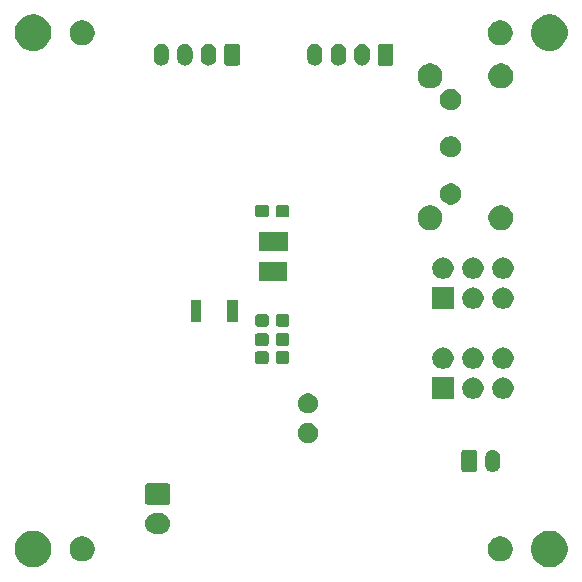
<source format=gts>
G04 #@! TF.GenerationSoftware,KiCad,Pcbnew,(5.1.5)-3*
G04 #@! TF.CreationDate,2021-11-16T02:10:18+09:00*
G04 #@! TF.ProjectId,m5-pantilt,6d352d70-616e-4746-996c-742e6b696361,1*
G04 #@! TF.SameCoordinates,PX5f5e100PY5f5e100*
G04 #@! TF.FileFunction,Soldermask,Top*
G04 #@! TF.FilePolarity,Negative*
%FSLAX46Y46*%
G04 Gerber Fmt 4.6, Leading zero omitted, Abs format (unit mm)*
G04 Created by KiCad (PCBNEW (5.1.5)-3) date 2021-11-16 02:10:18*
%MOMM*%
%LPD*%
G04 APERTURE LIST*
%ADD10C,0.152000*%
G04 APERTURE END LIST*
D10*
G36*
X47152585Y4671198D02*
G01*
X47302410Y4641396D01*
X47584674Y4524479D01*
X47838705Y4354741D01*
X48054741Y4138705D01*
X48224479Y3884674D01*
X48341396Y3602410D01*
X48401000Y3302760D01*
X48401000Y2997240D01*
X48341396Y2697590D01*
X48224479Y2415326D01*
X48054741Y2161295D01*
X47838705Y1945259D01*
X47584674Y1775521D01*
X47302410Y1658604D01*
X47152585Y1628802D01*
X47002761Y1599000D01*
X46697239Y1599000D01*
X46547415Y1628802D01*
X46397590Y1658604D01*
X46115326Y1775521D01*
X45861295Y1945259D01*
X45645259Y2161295D01*
X45475521Y2415326D01*
X45358604Y2697590D01*
X45299000Y2997240D01*
X45299000Y3302760D01*
X45358604Y3602410D01*
X45475521Y3884674D01*
X45645259Y4138705D01*
X45861295Y4354741D01*
X46115326Y4524479D01*
X46397590Y4641396D01*
X46547415Y4671198D01*
X46697239Y4701000D01*
X47002761Y4701000D01*
X47152585Y4671198D01*
G37*
G36*
X3452585Y4671198D02*
G01*
X3602410Y4641396D01*
X3884674Y4524479D01*
X4138705Y4354741D01*
X4354741Y4138705D01*
X4524479Y3884674D01*
X4641396Y3602410D01*
X4701000Y3302760D01*
X4701000Y2997240D01*
X4641396Y2697590D01*
X4524479Y2415326D01*
X4354741Y2161295D01*
X4138705Y1945259D01*
X3884674Y1775521D01*
X3602410Y1658604D01*
X3452585Y1628802D01*
X3302761Y1599000D01*
X2997239Y1599000D01*
X2847415Y1628802D01*
X2697590Y1658604D01*
X2415326Y1775521D01*
X2161295Y1945259D01*
X1945259Y2161295D01*
X1775521Y2415326D01*
X1658604Y2697590D01*
X1599000Y2997240D01*
X1599000Y3302760D01*
X1658604Y3602410D01*
X1775521Y3884674D01*
X1945259Y4138705D01*
X2161295Y4354741D01*
X2415326Y4524479D01*
X2697590Y4641396D01*
X2847415Y4671198D01*
X2997239Y4701000D01*
X3302761Y4701000D01*
X3452585Y4671198D01*
G37*
G36*
X7606564Y4160611D02*
G01*
X7797833Y4081385D01*
X7797835Y4081384D01*
X7969973Y3966365D01*
X8116365Y3819973D01*
X8231385Y3647833D01*
X8310611Y3456564D01*
X8351000Y3253516D01*
X8351000Y3046484D01*
X8310611Y2843436D01*
X8250200Y2697591D01*
X8231384Y2652165D01*
X8116365Y2480027D01*
X7969973Y2333635D01*
X7797835Y2218616D01*
X7797834Y2218615D01*
X7797833Y2218615D01*
X7606564Y2139389D01*
X7403516Y2099000D01*
X7196484Y2099000D01*
X6993436Y2139389D01*
X6802167Y2218615D01*
X6802166Y2218615D01*
X6802165Y2218616D01*
X6630027Y2333635D01*
X6483635Y2480027D01*
X6368616Y2652165D01*
X6349800Y2697591D01*
X6289389Y2843436D01*
X6249000Y3046484D01*
X6249000Y3253516D01*
X6289389Y3456564D01*
X6368615Y3647833D01*
X6483635Y3819973D01*
X6630027Y3966365D01*
X6802165Y4081384D01*
X6802167Y4081385D01*
X6993436Y4160611D01*
X7196484Y4201000D01*
X7403516Y4201000D01*
X7606564Y4160611D01*
G37*
G36*
X43006564Y4160611D02*
G01*
X43197833Y4081385D01*
X43197835Y4081384D01*
X43369973Y3966365D01*
X43516365Y3819973D01*
X43631385Y3647833D01*
X43710611Y3456564D01*
X43751000Y3253516D01*
X43751000Y3046484D01*
X43710611Y2843436D01*
X43650200Y2697591D01*
X43631384Y2652165D01*
X43516365Y2480027D01*
X43369973Y2333635D01*
X43197835Y2218616D01*
X43197834Y2218615D01*
X43197833Y2218615D01*
X43006564Y2139389D01*
X42803516Y2099000D01*
X42596484Y2099000D01*
X42393436Y2139389D01*
X42202167Y2218615D01*
X42202166Y2218615D01*
X42202165Y2218616D01*
X42030027Y2333635D01*
X41883635Y2480027D01*
X41768616Y2652165D01*
X41749800Y2697591D01*
X41689389Y2843436D01*
X41649000Y3046484D01*
X41649000Y3253516D01*
X41689389Y3456564D01*
X41768615Y3647833D01*
X41883635Y3819973D01*
X42030027Y3966365D01*
X42202165Y4081384D01*
X42202167Y4081385D01*
X42393436Y4160611D01*
X42596484Y4201000D01*
X42803516Y4201000D01*
X43006564Y4160611D01*
G37*
G36*
X13960443Y6194481D02*
G01*
X14026627Y6187963D01*
X14196466Y6136443D01*
X14352991Y6052778D01*
X14388729Y6023448D01*
X14490186Y5940186D01*
X14573448Y5838729D01*
X14602778Y5802991D01*
X14686443Y5646466D01*
X14737963Y5476627D01*
X14755359Y5300000D01*
X14737963Y5123373D01*
X14686443Y4953534D01*
X14602778Y4797009D01*
X14573448Y4761271D01*
X14490186Y4659814D01*
X14388729Y4576552D01*
X14352991Y4547222D01*
X14196466Y4463557D01*
X14026627Y4412037D01*
X13960442Y4405518D01*
X13894260Y4399000D01*
X13505740Y4399000D01*
X13439558Y4405518D01*
X13373373Y4412037D01*
X13203534Y4463557D01*
X13047009Y4547222D01*
X13011271Y4576552D01*
X12909814Y4659814D01*
X12826552Y4761271D01*
X12797222Y4797009D01*
X12713557Y4953534D01*
X12662037Y5123373D01*
X12644641Y5300000D01*
X12662037Y5476627D01*
X12713557Y5646466D01*
X12797222Y5802991D01*
X12826552Y5838729D01*
X12909814Y5940186D01*
X13011271Y6023448D01*
X13047009Y6052778D01*
X13203534Y6136443D01*
X13373373Y6187963D01*
X13439557Y6194481D01*
X13505740Y6201000D01*
X13894260Y6201000D01*
X13960443Y6194481D01*
G37*
G36*
X14608600Y8697011D02*
G01*
X14641652Y8686985D01*
X14672103Y8670708D01*
X14698799Y8648799D01*
X14720708Y8622103D01*
X14736985Y8591652D01*
X14747011Y8558600D01*
X14751000Y8518097D01*
X14751000Y7081903D01*
X14747011Y7041400D01*
X14736985Y7008348D01*
X14720708Y6977897D01*
X14698799Y6951201D01*
X14672103Y6929292D01*
X14641652Y6913015D01*
X14608600Y6902989D01*
X14568097Y6899000D01*
X12831903Y6899000D01*
X12791400Y6902989D01*
X12758348Y6913015D01*
X12727897Y6929292D01*
X12701201Y6951201D01*
X12679292Y6977897D01*
X12663015Y7008348D01*
X12652989Y7041400D01*
X12649000Y7081903D01*
X12649000Y8518097D01*
X12652989Y8558600D01*
X12663015Y8591652D01*
X12679292Y8622103D01*
X12701201Y8648799D01*
X12727897Y8670708D01*
X12758348Y8686985D01*
X12791400Y8697011D01*
X12831903Y8701000D01*
X14568097Y8701000D01*
X14608600Y8697011D01*
G37*
G36*
X42187617Y11516580D02*
G01*
X42268399Y11492075D01*
X42310335Y11479354D01*
X42423424Y11418906D01*
X42522554Y11337553D01*
X42603906Y11238425D01*
X42664354Y11125336D01*
X42674040Y11093404D01*
X42701580Y11002618D01*
X42711000Y10906973D01*
X42711000Y10293027D01*
X42701580Y10197382D01*
X42674040Y10106596D01*
X42664354Y10074664D01*
X42603906Y9961575D01*
X42522554Y9862446D01*
X42423425Y9781094D01*
X42310336Y9720646D01*
X42278404Y9710960D01*
X42187618Y9683420D01*
X42060000Y9670851D01*
X41932383Y9683420D01*
X41841597Y9710960D01*
X41809665Y9720646D01*
X41696576Y9781094D01*
X41597447Y9862446D01*
X41516096Y9961573D01*
X41516095Y9961575D01*
X41455647Y10074664D01*
X41455645Y10074667D01*
X41443237Y10115573D01*
X41418420Y10197382D01*
X41409000Y10293027D01*
X41409000Y10906972D01*
X41418420Y11002617D01*
X41455645Y11125331D01*
X41455646Y11125335D01*
X41516094Y11238424D01*
X41597447Y11337554D01*
X41696575Y11418906D01*
X41809664Y11479354D01*
X41851600Y11492075D01*
X41932382Y11516580D01*
X42060000Y11529149D01*
X42187617Y11516580D01*
G37*
G36*
X40551242Y11521596D02*
G01*
X40588337Y11510343D01*
X40622515Y11492075D01*
X40652481Y11467481D01*
X40677075Y11437515D01*
X40695343Y11403337D01*
X40706596Y11366242D01*
X40711000Y11321526D01*
X40711000Y9878474D01*
X40706596Y9833758D01*
X40695343Y9796663D01*
X40677075Y9762485D01*
X40652481Y9732519D01*
X40622515Y9707925D01*
X40588337Y9689657D01*
X40551242Y9678404D01*
X40506526Y9674000D01*
X39613474Y9674000D01*
X39568758Y9678404D01*
X39531663Y9689657D01*
X39497485Y9707925D01*
X39467519Y9732519D01*
X39442925Y9762485D01*
X39424657Y9796663D01*
X39413404Y9833758D01*
X39409000Y9878474D01*
X39409000Y11321526D01*
X39413404Y11366242D01*
X39424657Y11403337D01*
X39442925Y11437515D01*
X39467519Y11467481D01*
X39497485Y11492075D01*
X39531663Y11510343D01*
X39568758Y11521596D01*
X39613474Y11526000D01*
X40506526Y11526000D01*
X40551242Y11521596D01*
G37*
G36*
X26664228Y13786897D02*
G01*
X26819100Y13722747D01*
X26958481Y13629615D01*
X27077015Y13511081D01*
X27170147Y13371700D01*
X27234297Y13216828D01*
X27267000Y13052416D01*
X27267000Y12884784D01*
X27234297Y12720372D01*
X27170147Y12565500D01*
X27077015Y12426119D01*
X26958481Y12307585D01*
X26819100Y12214453D01*
X26664228Y12150303D01*
X26499816Y12117600D01*
X26332184Y12117600D01*
X26167772Y12150303D01*
X26012900Y12214453D01*
X25873519Y12307585D01*
X25754985Y12426119D01*
X25661853Y12565500D01*
X25597703Y12720372D01*
X25565000Y12884784D01*
X25565000Y13052416D01*
X25597703Y13216828D01*
X25661853Y13371700D01*
X25754985Y13511081D01*
X25873519Y13629615D01*
X26012900Y13722747D01*
X26167772Y13786897D01*
X26332184Y13819600D01*
X26499816Y13819600D01*
X26664228Y13786897D01*
G37*
G36*
X26664228Y16286897D02*
G01*
X26819100Y16222747D01*
X26958481Y16129615D01*
X27077015Y16011081D01*
X27170147Y15871700D01*
X27234297Y15716828D01*
X27267000Y15552416D01*
X27267000Y15384784D01*
X27234297Y15220372D01*
X27170147Y15065500D01*
X27077015Y14926119D01*
X26958481Y14807585D01*
X26819100Y14714453D01*
X26664228Y14650303D01*
X26499816Y14617600D01*
X26332184Y14617600D01*
X26167772Y14650303D01*
X26012900Y14714453D01*
X25873519Y14807585D01*
X25754985Y14926119D01*
X25661853Y15065500D01*
X25597703Y15220372D01*
X25565000Y15384784D01*
X25565000Y15552416D01*
X25597703Y15716828D01*
X25661853Y15871700D01*
X25754985Y16011081D01*
X25873519Y16129615D01*
X26012900Y16222747D01*
X26167772Y16286897D01*
X26332184Y16319600D01*
X26499816Y16319600D01*
X26664228Y16286897D01*
G37*
G36*
X43039512Y17660073D02*
G01*
X43188812Y17630376D01*
X43352784Y17562456D01*
X43500354Y17463853D01*
X43625853Y17338354D01*
X43724456Y17190784D01*
X43792376Y17026812D01*
X43827000Y16852741D01*
X43827000Y16675259D01*
X43792376Y16501188D01*
X43724456Y16337216D01*
X43625853Y16189646D01*
X43500354Y16064147D01*
X43352784Y15965544D01*
X43188812Y15897624D01*
X43039512Y15867927D01*
X43014742Y15863000D01*
X42837258Y15863000D01*
X42812488Y15867927D01*
X42663188Y15897624D01*
X42499216Y15965544D01*
X42351646Y16064147D01*
X42226147Y16189646D01*
X42127544Y16337216D01*
X42059624Y16501188D01*
X42025000Y16675259D01*
X42025000Y16852741D01*
X42059624Y17026812D01*
X42127544Y17190784D01*
X42226147Y17338354D01*
X42351646Y17463853D01*
X42499216Y17562456D01*
X42663188Y17630376D01*
X42812488Y17660073D01*
X42837258Y17665000D01*
X43014742Y17665000D01*
X43039512Y17660073D01*
G37*
G36*
X38747000Y15863000D02*
G01*
X36945000Y15863000D01*
X36945000Y17665000D01*
X38747000Y17665000D01*
X38747000Y15863000D01*
G37*
G36*
X40499512Y17660073D02*
G01*
X40648812Y17630376D01*
X40812784Y17562456D01*
X40960354Y17463853D01*
X41085853Y17338354D01*
X41184456Y17190784D01*
X41252376Y17026812D01*
X41287000Y16852741D01*
X41287000Y16675259D01*
X41252376Y16501188D01*
X41184456Y16337216D01*
X41085853Y16189646D01*
X40960354Y16064147D01*
X40812784Y15965544D01*
X40648812Y15897624D01*
X40499512Y15867927D01*
X40474742Y15863000D01*
X40297258Y15863000D01*
X40272488Y15867927D01*
X40123188Y15897624D01*
X39959216Y15965544D01*
X39811646Y16064147D01*
X39686147Y16189646D01*
X39587544Y16337216D01*
X39519624Y16501188D01*
X39485000Y16675259D01*
X39485000Y16852741D01*
X39519624Y17026812D01*
X39587544Y17190784D01*
X39686147Y17338354D01*
X39811646Y17463853D01*
X39959216Y17562456D01*
X40123188Y17630376D01*
X40272488Y17660073D01*
X40297258Y17665000D01*
X40474742Y17665000D01*
X40499512Y17660073D01*
G37*
G36*
X37959512Y20200073D02*
G01*
X38108812Y20170376D01*
X38272784Y20102456D01*
X38420354Y20003853D01*
X38545853Y19878354D01*
X38644456Y19730784D01*
X38712376Y19566812D01*
X38747000Y19392741D01*
X38747000Y19215259D01*
X38712376Y19041188D01*
X38644456Y18877216D01*
X38545853Y18729646D01*
X38420354Y18604147D01*
X38272784Y18505544D01*
X38108812Y18437624D01*
X37959512Y18407927D01*
X37934742Y18403000D01*
X37757258Y18403000D01*
X37732488Y18407927D01*
X37583188Y18437624D01*
X37419216Y18505544D01*
X37271646Y18604147D01*
X37146147Y18729646D01*
X37047544Y18877216D01*
X36979624Y19041188D01*
X36945000Y19215259D01*
X36945000Y19392741D01*
X36979624Y19566812D01*
X37047544Y19730784D01*
X37146147Y19878354D01*
X37271646Y20003853D01*
X37419216Y20102456D01*
X37583188Y20170376D01*
X37732488Y20200073D01*
X37757258Y20205000D01*
X37934742Y20205000D01*
X37959512Y20200073D01*
G37*
G36*
X40499512Y20200073D02*
G01*
X40648812Y20170376D01*
X40812784Y20102456D01*
X40960354Y20003853D01*
X41085853Y19878354D01*
X41184456Y19730784D01*
X41252376Y19566812D01*
X41287000Y19392741D01*
X41287000Y19215259D01*
X41252376Y19041188D01*
X41184456Y18877216D01*
X41085853Y18729646D01*
X40960354Y18604147D01*
X40812784Y18505544D01*
X40648812Y18437624D01*
X40499512Y18407927D01*
X40474742Y18403000D01*
X40297258Y18403000D01*
X40272488Y18407927D01*
X40123188Y18437624D01*
X39959216Y18505544D01*
X39811646Y18604147D01*
X39686147Y18729646D01*
X39587544Y18877216D01*
X39519624Y19041188D01*
X39485000Y19215259D01*
X39485000Y19392741D01*
X39519624Y19566812D01*
X39587544Y19730784D01*
X39686147Y19878354D01*
X39811646Y20003853D01*
X39959216Y20102456D01*
X40123188Y20170376D01*
X40272488Y20200073D01*
X40297258Y20205000D01*
X40474742Y20205000D01*
X40499512Y20200073D01*
G37*
G36*
X43039512Y20200073D02*
G01*
X43188812Y20170376D01*
X43352784Y20102456D01*
X43500354Y20003853D01*
X43625853Y19878354D01*
X43724456Y19730784D01*
X43792376Y19566812D01*
X43827000Y19392741D01*
X43827000Y19215259D01*
X43792376Y19041188D01*
X43724456Y18877216D01*
X43625853Y18729646D01*
X43500354Y18604147D01*
X43352784Y18505544D01*
X43188812Y18437624D01*
X43039512Y18407927D01*
X43014742Y18403000D01*
X42837258Y18403000D01*
X42812488Y18407927D01*
X42663188Y18437624D01*
X42499216Y18505544D01*
X42351646Y18604147D01*
X42226147Y18729646D01*
X42127544Y18877216D01*
X42059624Y19041188D01*
X42025000Y19215259D01*
X42025000Y19392741D01*
X42059624Y19566812D01*
X42127544Y19730784D01*
X42226147Y19878354D01*
X42351646Y20003853D01*
X42499216Y20102456D01*
X42663188Y20170376D01*
X42812488Y20200073D01*
X42837258Y20205000D01*
X43014742Y20205000D01*
X43039512Y20200073D01*
G37*
G36*
X24682899Y19876355D02*
G01*
X24720395Y19864980D01*
X24754954Y19846508D01*
X24785247Y19821647D01*
X24810108Y19791354D01*
X24828580Y19756795D01*
X24839955Y19719299D01*
X24844400Y19674162D01*
X24844400Y19035438D01*
X24839955Y18990301D01*
X24828580Y18952805D01*
X24810108Y18918246D01*
X24785247Y18887953D01*
X24754954Y18863092D01*
X24720395Y18844620D01*
X24682899Y18833245D01*
X24637762Y18828800D01*
X23899038Y18828800D01*
X23853901Y18833245D01*
X23816405Y18844620D01*
X23781846Y18863092D01*
X23751553Y18887953D01*
X23726692Y18918246D01*
X23708220Y18952805D01*
X23696845Y18990301D01*
X23692400Y19035438D01*
X23692400Y19674162D01*
X23696845Y19719299D01*
X23708220Y19756795D01*
X23726692Y19791354D01*
X23751553Y19821647D01*
X23781846Y19846508D01*
X23816405Y19864980D01*
X23853901Y19876355D01*
X23899038Y19880800D01*
X24637762Y19880800D01*
X24682899Y19876355D01*
G37*
G36*
X22932899Y19876355D02*
G01*
X22970395Y19864980D01*
X23004954Y19846508D01*
X23035247Y19821647D01*
X23060108Y19791354D01*
X23078580Y19756795D01*
X23089955Y19719299D01*
X23094400Y19674162D01*
X23094400Y19035438D01*
X23089955Y18990301D01*
X23078580Y18952805D01*
X23060108Y18918246D01*
X23035247Y18887953D01*
X23004954Y18863092D01*
X22970395Y18844620D01*
X22932899Y18833245D01*
X22887762Y18828800D01*
X22149038Y18828800D01*
X22103901Y18833245D01*
X22066405Y18844620D01*
X22031846Y18863092D01*
X22001553Y18887953D01*
X21976692Y18918246D01*
X21958220Y18952805D01*
X21946845Y18990301D01*
X21942400Y19035438D01*
X21942400Y19674162D01*
X21946845Y19719299D01*
X21958220Y19756795D01*
X21976692Y19791354D01*
X22001553Y19821647D01*
X22031846Y19846508D01*
X22066405Y19864980D01*
X22103901Y19876355D01*
X22149038Y19880800D01*
X22887762Y19880800D01*
X22932899Y19876355D01*
G37*
G36*
X22932899Y21400355D02*
G01*
X22970395Y21388980D01*
X23004954Y21370508D01*
X23035247Y21345647D01*
X23060108Y21315354D01*
X23078580Y21280795D01*
X23089955Y21243299D01*
X23094400Y21198162D01*
X23094400Y20559438D01*
X23089955Y20514301D01*
X23078580Y20476805D01*
X23060108Y20442246D01*
X23035247Y20411953D01*
X23004954Y20387092D01*
X22970395Y20368620D01*
X22932899Y20357245D01*
X22887762Y20352800D01*
X22149038Y20352800D01*
X22103901Y20357245D01*
X22066405Y20368620D01*
X22031846Y20387092D01*
X22001553Y20411953D01*
X21976692Y20442246D01*
X21958220Y20476805D01*
X21946845Y20514301D01*
X21942400Y20559438D01*
X21942400Y21198162D01*
X21946845Y21243299D01*
X21958220Y21280795D01*
X21976692Y21315354D01*
X22001553Y21345647D01*
X22031846Y21370508D01*
X22066405Y21388980D01*
X22103901Y21400355D01*
X22149038Y21404800D01*
X22887762Y21404800D01*
X22932899Y21400355D01*
G37*
G36*
X24682899Y21400355D02*
G01*
X24720395Y21388980D01*
X24754954Y21370508D01*
X24785247Y21345647D01*
X24810108Y21315354D01*
X24828580Y21280795D01*
X24839955Y21243299D01*
X24844400Y21198162D01*
X24844400Y20559438D01*
X24839955Y20514301D01*
X24828580Y20476805D01*
X24810108Y20442246D01*
X24785247Y20411953D01*
X24754954Y20387092D01*
X24720395Y20368620D01*
X24682899Y20357245D01*
X24637762Y20352800D01*
X23899038Y20352800D01*
X23853901Y20357245D01*
X23816405Y20368620D01*
X23781846Y20387092D01*
X23751553Y20411953D01*
X23726692Y20442246D01*
X23708220Y20476805D01*
X23696845Y20514301D01*
X23692400Y20559438D01*
X23692400Y21198162D01*
X23696845Y21243299D01*
X23708220Y21280795D01*
X23726692Y21315354D01*
X23751553Y21345647D01*
X23781846Y21370508D01*
X23816405Y21388980D01*
X23853901Y21400355D01*
X23899038Y21404800D01*
X24637762Y21404800D01*
X24682899Y21400355D01*
G37*
G36*
X22945499Y23025955D02*
G01*
X22982995Y23014580D01*
X23017554Y22996108D01*
X23047847Y22971247D01*
X23072708Y22940954D01*
X23091180Y22906395D01*
X23102555Y22868899D01*
X23107000Y22823762D01*
X23107000Y22185038D01*
X23102555Y22139901D01*
X23091180Y22102405D01*
X23072708Y22067846D01*
X23047847Y22037553D01*
X23017554Y22012692D01*
X22982995Y21994220D01*
X22945499Y21982845D01*
X22900362Y21978400D01*
X22161638Y21978400D01*
X22116501Y21982845D01*
X22079005Y21994220D01*
X22044446Y22012692D01*
X22014153Y22037553D01*
X21989292Y22067846D01*
X21970820Y22102405D01*
X21959445Y22139901D01*
X21955000Y22185038D01*
X21955000Y22823762D01*
X21959445Y22868899D01*
X21970820Y22906395D01*
X21989292Y22940954D01*
X22014153Y22971247D01*
X22044446Y22996108D01*
X22079005Y23014580D01*
X22116501Y23025955D01*
X22161638Y23030400D01*
X22900362Y23030400D01*
X22945499Y23025955D01*
G37*
G36*
X24695499Y23025955D02*
G01*
X24732995Y23014580D01*
X24767554Y22996108D01*
X24797847Y22971247D01*
X24822708Y22940954D01*
X24841180Y22906395D01*
X24852555Y22868899D01*
X24857000Y22823762D01*
X24857000Y22185038D01*
X24852555Y22139901D01*
X24841180Y22102405D01*
X24822708Y22067846D01*
X24797847Y22037553D01*
X24767554Y22012692D01*
X24732995Y21994220D01*
X24695499Y21982845D01*
X24650362Y21978400D01*
X23911638Y21978400D01*
X23866501Y21982845D01*
X23829005Y21994220D01*
X23794446Y22012692D01*
X23764153Y22037553D01*
X23739292Y22067846D01*
X23720820Y22102405D01*
X23709445Y22139901D01*
X23705000Y22185038D01*
X23705000Y22823762D01*
X23709445Y22868899D01*
X23720820Y22906395D01*
X23739292Y22940954D01*
X23764153Y22971247D01*
X23794446Y22996108D01*
X23829005Y23014580D01*
X23866501Y23025955D01*
X23911638Y23030400D01*
X24650362Y23030400D01*
X24695499Y23025955D01*
G37*
G36*
X17399300Y22343799D02*
G01*
X16497200Y22343799D01*
X16497200Y24199801D01*
X17399300Y24199801D01*
X17399300Y22343799D01*
G37*
G36*
X20510800Y22343799D02*
G01*
X19608700Y22343799D01*
X19608700Y24199801D01*
X20510800Y24199801D01*
X20510800Y22343799D01*
G37*
G36*
X40499512Y25280073D02*
G01*
X40648812Y25250376D01*
X40812784Y25182456D01*
X40960354Y25083853D01*
X41085853Y24958354D01*
X41184456Y24810784D01*
X41252376Y24646812D01*
X41287000Y24472741D01*
X41287000Y24295259D01*
X41252376Y24121188D01*
X41184456Y23957216D01*
X41085853Y23809646D01*
X40960354Y23684147D01*
X40812784Y23585544D01*
X40648812Y23517624D01*
X40499512Y23487927D01*
X40474742Y23483000D01*
X40297258Y23483000D01*
X40272488Y23487927D01*
X40123188Y23517624D01*
X39959216Y23585544D01*
X39811646Y23684147D01*
X39686147Y23809646D01*
X39587544Y23957216D01*
X39519624Y24121188D01*
X39485000Y24295259D01*
X39485000Y24472741D01*
X39519624Y24646812D01*
X39587544Y24810784D01*
X39686147Y24958354D01*
X39811646Y25083853D01*
X39959216Y25182456D01*
X40123188Y25250376D01*
X40272488Y25280073D01*
X40297258Y25285000D01*
X40474742Y25285000D01*
X40499512Y25280073D01*
G37*
G36*
X43039512Y25280073D02*
G01*
X43188812Y25250376D01*
X43352784Y25182456D01*
X43500354Y25083853D01*
X43625853Y24958354D01*
X43724456Y24810784D01*
X43792376Y24646812D01*
X43827000Y24472741D01*
X43827000Y24295259D01*
X43792376Y24121188D01*
X43724456Y23957216D01*
X43625853Y23809646D01*
X43500354Y23684147D01*
X43352784Y23585544D01*
X43188812Y23517624D01*
X43039512Y23487927D01*
X43014742Y23483000D01*
X42837258Y23483000D01*
X42812488Y23487927D01*
X42663188Y23517624D01*
X42499216Y23585544D01*
X42351646Y23684147D01*
X42226147Y23809646D01*
X42127544Y23957216D01*
X42059624Y24121188D01*
X42025000Y24295259D01*
X42025000Y24472741D01*
X42059624Y24646812D01*
X42127544Y24810784D01*
X42226147Y24958354D01*
X42351646Y25083853D01*
X42499216Y25182456D01*
X42663188Y25250376D01*
X42812488Y25280073D01*
X42837258Y25285000D01*
X43014742Y25285000D01*
X43039512Y25280073D01*
G37*
G36*
X38747000Y23483000D02*
G01*
X36945000Y23483000D01*
X36945000Y25285000D01*
X38747000Y25285000D01*
X38747000Y23483000D01*
G37*
G36*
X24681000Y25869000D02*
G01*
X22279000Y25869000D01*
X22279000Y27471000D01*
X24681000Y27471000D01*
X24681000Y25869000D01*
G37*
G36*
X40499512Y27820073D02*
G01*
X40648812Y27790376D01*
X40812784Y27722456D01*
X40960354Y27623853D01*
X41085853Y27498354D01*
X41184456Y27350784D01*
X41252376Y27186812D01*
X41287000Y27012741D01*
X41287000Y26835259D01*
X41252376Y26661188D01*
X41184456Y26497216D01*
X41085853Y26349646D01*
X40960354Y26224147D01*
X40812784Y26125544D01*
X40648812Y26057624D01*
X40499512Y26027927D01*
X40474742Y26023000D01*
X40297258Y26023000D01*
X40272488Y26027927D01*
X40123188Y26057624D01*
X39959216Y26125544D01*
X39811646Y26224147D01*
X39686147Y26349646D01*
X39587544Y26497216D01*
X39519624Y26661188D01*
X39485000Y26835259D01*
X39485000Y27012741D01*
X39519624Y27186812D01*
X39587544Y27350784D01*
X39686147Y27498354D01*
X39811646Y27623853D01*
X39959216Y27722456D01*
X40123188Y27790376D01*
X40272488Y27820073D01*
X40297258Y27825000D01*
X40474742Y27825000D01*
X40499512Y27820073D01*
G37*
G36*
X37959512Y27820073D02*
G01*
X38108812Y27790376D01*
X38272784Y27722456D01*
X38420354Y27623853D01*
X38545853Y27498354D01*
X38644456Y27350784D01*
X38712376Y27186812D01*
X38747000Y27012741D01*
X38747000Y26835259D01*
X38712376Y26661188D01*
X38644456Y26497216D01*
X38545853Y26349646D01*
X38420354Y26224147D01*
X38272784Y26125544D01*
X38108812Y26057624D01*
X37959512Y26027927D01*
X37934742Y26023000D01*
X37757258Y26023000D01*
X37732488Y26027927D01*
X37583188Y26057624D01*
X37419216Y26125544D01*
X37271646Y26224147D01*
X37146147Y26349646D01*
X37047544Y26497216D01*
X36979624Y26661188D01*
X36945000Y26835259D01*
X36945000Y27012741D01*
X36979624Y27186812D01*
X37047544Y27350784D01*
X37146147Y27498354D01*
X37271646Y27623853D01*
X37419216Y27722456D01*
X37583188Y27790376D01*
X37732488Y27820073D01*
X37757258Y27825000D01*
X37934742Y27825000D01*
X37959512Y27820073D01*
G37*
G36*
X43039512Y27820073D02*
G01*
X43188812Y27790376D01*
X43352784Y27722456D01*
X43500354Y27623853D01*
X43625853Y27498354D01*
X43724456Y27350784D01*
X43792376Y27186812D01*
X43827000Y27012741D01*
X43827000Y26835259D01*
X43792376Y26661188D01*
X43724456Y26497216D01*
X43625853Y26349646D01*
X43500354Y26224147D01*
X43352784Y26125544D01*
X43188812Y26057624D01*
X43039512Y26027927D01*
X43014742Y26023000D01*
X42837258Y26023000D01*
X42812488Y26027927D01*
X42663188Y26057624D01*
X42499216Y26125544D01*
X42351646Y26224147D01*
X42226147Y26349646D01*
X42127544Y26497216D01*
X42059624Y26661188D01*
X42025000Y26835259D01*
X42025000Y27012741D01*
X42059624Y27186812D01*
X42127544Y27350784D01*
X42226147Y27498354D01*
X42351646Y27623853D01*
X42499216Y27722456D01*
X42663188Y27790376D01*
X42812488Y27820073D01*
X42837258Y27825000D01*
X43014742Y27825000D01*
X43039512Y27820073D01*
G37*
G36*
X24696000Y28409000D02*
G01*
X22294000Y28409000D01*
X22294000Y30011000D01*
X24696000Y30011000D01*
X24696000Y28409000D01*
G37*
G36*
X37056564Y32210611D02*
G01*
X37247833Y32131385D01*
X37247835Y32131384D01*
X37340657Y32069362D01*
X37419973Y32016365D01*
X37566365Y31869973D01*
X37681385Y31697833D01*
X37760611Y31506564D01*
X37801000Y31303516D01*
X37801000Y31096484D01*
X37760611Y30893436D01*
X37681385Y30702167D01*
X37681384Y30702165D01*
X37566365Y30530027D01*
X37419973Y30383635D01*
X37247835Y30268616D01*
X37247834Y30268615D01*
X37247833Y30268615D01*
X37056564Y30189389D01*
X36853516Y30149000D01*
X36646484Y30149000D01*
X36443436Y30189389D01*
X36252167Y30268615D01*
X36252166Y30268615D01*
X36252165Y30268616D01*
X36080027Y30383635D01*
X35933635Y30530027D01*
X35818616Y30702165D01*
X35818615Y30702167D01*
X35739389Y30893436D01*
X35699000Y31096484D01*
X35699000Y31303516D01*
X35739389Y31506564D01*
X35818615Y31697833D01*
X35933635Y31869973D01*
X36080027Y32016365D01*
X36159343Y32069362D01*
X36252165Y32131384D01*
X36252167Y32131385D01*
X36443436Y32210611D01*
X36646484Y32251000D01*
X36853516Y32251000D01*
X37056564Y32210611D01*
G37*
G36*
X43056564Y32210611D02*
G01*
X43247833Y32131385D01*
X43247835Y32131384D01*
X43340657Y32069362D01*
X43419973Y32016365D01*
X43566365Y31869973D01*
X43681385Y31697833D01*
X43760611Y31506564D01*
X43801000Y31303516D01*
X43801000Y31096484D01*
X43760611Y30893436D01*
X43681385Y30702167D01*
X43681384Y30702165D01*
X43566365Y30530027D01*
X43419973Y30383635D01*
X43247835Y30268616D01*
X43247834Y30268615D01*
X43247833Y30268615D01*
X43056564Y30189389D01*
X42853516Y30149000D01*
X42646484Y30149000D01*
X42443436Y30189389D01*
X42252167Y30268615D01*
X42252166Y30268615D01*
X42252165Y30268616D01*
X42080027Y30383635D01*
X41933635Y30530027D01*
X41818616Y30702165D01*
X41818615Y30702167D01*
X41739389Y30893436D01*
X41699000Y31096484D01*
X41699000Y31303516D01*
X41739389Y31506564D01*
X41818615Y31697833D01*
X41933635Y31869973D01*
X42080027Y32016365D01*
X42159343Y32069362D01*
X42252165Y32131384D01*
X42252167Y32131385D01*
X42443436Y32210611D01*
X42646484Y32251000D01*
X42853516Y32251000D01*
X43056564Y32210611D01*
G37*
G36*
X22945499Y32271555D02*
G01*
X22982995Y32260180D01*
X23017554Y32241708D01*
X23047847Y32216847D01*
X23072708Y32186554D01*
X23091180Y32151995D01*
X23102555Y32114499D01*
X23107000Y32069362D01*
X23107000Y31430638D01*
X23102555Y31385501D01*
X23091180Y31348005D01*
X23072708Y31313446D01*
X23047847Y31283153D01*
X23017554Y31258292D01*
X22982995Y31239820D01*
X22945499Y31228445D01*
X22900362Y31224000D01*
X22161638Y31224000D01*
X22116501Y31228445D01*
X22079005Y31239820D01*
X22044446Y31258292D01*
X22014153Y31283153D01*
X21989292Y31313446D01*
X21970820Y31348005D01*
X21959445Y31385501D01*
X21955000Y31430638D01*
X21955000Y32069362D01*
X21959445Y32114499D01*
X21970820Y32151995D01*
X21989292Y32186554D01*
X22014153Y32216847D01*
X22044446Y32241708D01*
X22079005Y32260180D01*
X22116501Y32271555D01*
X22161638Y32276000D01*
X22900362Y32276000D01*
X22945499Y32271555D01*
G37*
G36*
X24695499Y32271555D02*
G01*
X24732995Y32260180D01*
X24767554Y32241708D01*
X24797847Y32216847D01*
X24822708Y32186554D01*
X24841180Y32151995D01*
X24852555Y32114499D01*
X24857000Y32069362D01*
X24857000Y31430638D01*
X24852555Y31385501D01*
X24841180Y31348005D01*
X24822708Y31313446D01*
X24797847Y31283153D01*
X24767554Y31258292D01*
X24732995Y31239820D01*
X24695499Y31228445D01*
X24650362Y31224000D01*
X23911638Y31224000D01*
X23866501Y31228445D01*
X23829005Y31239820D01*
X23794446Y31258292D01*
X23764153Y31283153D01*
X23739292Y31313446D01*
X23720820Y31348005D01*
X23709445Y31385501D01*
X23705000Y31430638D01*
X23705000Y32069362D01*
X23709445Y32114499D01*
X23720820Y32151995D01*
X23739292Y32186554D01*
X23764153Y32216847D01*
X23794446Y32241708D01*
X23829005Y32260180D01*
X23866501Y32271555D01*
X23911638Y32276000D01*
X24650362Y32276000D01*
X24695499Y32271555D01*
G37*
G36*
X38613512Y34096073D02*
G01*
X38762812Y34066376D01*
X38926784Y33998456D01*
X39074354Y33899853D01*
X39199853Y33774354D01*
X39298456Y33626784D01*
X39366376Y33462812D01*
X39401000Y33288741D01*
X39401000Y33111259D01*
X39366376Y32937188D01*
X39298456Y32773216D01*
X39199853Y32625646D01*
X39074354Y32500147D01*
X38926784Y32401544D01*
X38762812Y32333624D01*
X38613512Y32303927D01*
X38588742Y32299000D01*
X38411258Y32299000D01*
X38386488Y32303927D01*
X38237188Y32333624D01*
X38073216Y32401544D01*
X37925646Y32500147D01*
X37800147Y32625646D01*
X37701544Y32773216D01*
X37633624Y32937188D01*
X37599000Y33111259D01*
X37599000Y33288741D01*
X37633624Y33462812D01*
X37701544Y33626784D01*
X37800147Y33774354D01*
X37925646Y33899853D01*
X38073216Y33998456D01*
X38237188Y34066376D01*
X38386488Y34096073D01*
X38411258Y34101000D01*
X38588742Y34101000D01*
X38613512Y34096073D01*
G37*
G36*
X38613512Y38096073D02*
G01*
X38762812Y38066376D01*
X38926784Y37998456D01*
X39074354Y37899853D01*
X39199853Y37774354D01*
X39298456Y37626784D01*
X39366376Y37462812D01*
X39401000Y37288741D01*
X39401000Y37111259D01*
X39366376Y36937188D01*
X39298456Y36773216D01*
X39199853Y36625646D01*
X39074354Y36500147D01*
X38926784Y36401544D01*
X38762812Y36333624D01*
X38613512Y36303927D01*
X38588742Y36299000D01*
X38411258Y36299000D01*
X38386488Y36303927D01*
X38237188Y36333624D01*
X38073216Y36401544D01*
X37925646Y36500147D01*
X37800147Y36625646D01*
X37701544Y36773216D01*
X37633624Y36937188D01*
X37599000Y37111259D01*
X37599000Y37288741D01*
X37633624Y37462812D01*
X37701544Y37626784D01*
X37800147Y37774354D01*
X37925646Y37899853D01*
X38073216Y37998456D01*
X38237188Y38066376D01*
X38386488Y38096073D01*
X38411258Y38101000D01*
X38588742Y38101000D01*
X38613512Y38096073D01*
G37*
G36*
X38613512Y42096073D02*
G01*
X38762812Y42066376D01*
X38926784Y41998456D01*
X39074354Y41899853D01*
X39199853Y41774354D01*
X39298456Y41626784D01*
X39366376Y41462812D01*
X39401000Y41288741D01*
X39401000Y41111259D01*
X39366376Y40937188D01*
X39298456Y40773216D01*
X39199853Y40625646D01*
X39074354Y40500147D01*
X38926784Y40401544D01*
X38762812Y40333624D01*
X38613512Y40303927D01*
X38588742Y40299000D01*
X38411258Y40299000D01*
X38386488Y40303927D01*
X38237188Y40333624D01*
X38073216Y40401544D01*
X37925646Y40500147D01*
X37800147Y40625646D01*
X37701544Y40773216D01*
X37633624Y40937188D01*
X37599000Y41111259D01*
X37599000Y41288741D01*
X37633624Y41462812D01*
X37701544Y41626784D01*
X37800147Y41774354D01*
X37925646Y41899853D01*
X38073216Y41998456D01*
X38237188Y42066376D01*
X38386488Y42096073D01*
X38411258Y42101000D01*
X38588742Y42101000D01*
X38613512Y42096073D01*
G37*
G36*
X43056564Y44210611D02*
G01*
X43194570Y44153447D01*
X43247835Y44131384D01*
X43302814Y44094648D01*
X43419973Y44016365D01*
X43566365Y43869973D01*
X43681385Y43697833D01*
X43760611Y43506564D01*
X43801000Y43303516D01*
X43801000Y43096484D01*
X43760611Y42893436D01*
X43681385Y42702167D01*
X43681384Y42702165D01*
X43566365Y42530027D01*
X43419973Y42383635D01*
X43247835Y42268616D01*
X43247834Y42268615D01*
X43247833Y42268615D01*
X43056564Y42189389D01*
X42853516Y42149000D01*
X42646484Y42149000D01*
X42443436Y42189389D01*
X42252167Y42268615D01*
X42252166Y42268615D01*
X42252165Y42268616D01*
X42080027Y42383635D01*
X41933635Y42530027D01*
X41818616Y42702165D01*
X41818615Y42702167D01*
X41739389Y42893436D01*
X41699000Y43096484D01*
X41699000Y43303516D01*
X41739389Y43506564D01*
X41818615Y43697833D01*
X41933635Y43869973D01*
X42080027Y44016365D01*
X42197186Y44094648D01*
X42252165Y44131384D01*
X42305430Y44153447D01*
X42443436Y44210611D01*
X42646484Y44251000D01*
X42853516Y44251000D01*
X43056564Y44210611D01*
G37*
G36*
X37056564Y44210611D02*
G01*
X37194570Y44153447D01*
X37247835Y44131384D01*
X37302814Y44094648D01*
X37419973Y44016365D01*
X37566365Y43869973D01*
X37681385Y43697833D01*
X37760611Y43506564D01*
X37801000Y43303516D01*
X37801000Y43096484D01*
X37760611Y42893436D01*
X37681385Y42702167D01*
X37681384Y42702165D01*
X37566365Y42530027D01*
X37419973Y42383635D01*
X37247835Y42268616D01*
X37247834Y42268615D01*
X37247833Y42268615D01*
X37056564Y42189389D01*
X36853516Y42149000D01*
X36646484Y42149000D01*
X36443436Y42189389D01*
X36252167Y42268615D01*
X36252166Y42268615D01*
X36252165Y42268616D01*
X36080027Y42383635D01*
X35933635Y42530027D01*
X35818616Y42702165D01*
X35818615Y42702167D01*
X35739389Y42893436D01*
X35699000Y43096484D01*
X35699000Y43303516D01*
X35739389Y43506564D01*
X35818615Y43697833D01*
X35933635Y43869973D01*
X36080027Y44016365D01*
X36197186Y44094648D01*
X36252165Y44131384D01*
X36305430Y44153447D01*
X36443436Y44210611D01*
X36646484Y44251000D01*
X36853516Y44251000D01*
X37056564Y44210611D01*
G37*
G36*
X14127618Y45916580D02*
G01*
X14208400Y45892075D01*
X14250336Y45879354D01*
X14363425Y45818906D01*
X14462554Y45737554D01*
X14543906Y45638425D01*
X14604354Y45525336D01*
X14604355Y45525332D01*
X14641580Y45402618D01*
X14651000Y45306973D01*
X14651000Y44693027D01*
X14641580Y44597382D01*
X14614040Y44506596D01*
X14604354Y44474664D01*
X14543906Y44361575D01*
X14462554Y44262447D01*
X14363424Y44181094D01*
X14250335Y44120646D01*
X14218403Y44110960D01*
X14127617Y44083420D01*
X14000000Y44070851D01*
X13872382Y44083420D01*
X13781596Y44110960D01*
X13749664Y44120646D01*
X13636575Y44181094D01*
X13537447Y44262446D01*
X13456094Y44361576D01*
X13395646Y44474665D01*
X13385960Y44506597D01*
X13358420Y44597383D01*
X13349000Y44693028D01*
X13349000Y45306973D01*
X13358420Y45402618D01*
X13395645Y45525332D01*
X13395645Y45525333D01*
X13427957Y45585783D01*
X13456095Y45638426D01*
X13469493Y45654751D01*
X13537447Y45737554D01*
X13636576Y45818906D01*
X13749665Y45879354D01*
X13791601Y45892075D01*
X13872383Y45916580D01*
X14000000Y45929149D01*
X14127618Y45916580D01*
G37*
G36*
X18127618Y45916580D02*
G01*
X18208400Y45892075D01*
X18250336Y45879354D01*
X18363425Y45818906D01*
X18462554Y45737554D01*
X18543906Y45638425D01*
X18604354Y45525336D01*
X18604355Y45525332D01*
X18641580Y45402618D01*
X18651000Y45306973D01*
X18651000Y44693027D01*
X18641580Y44597382D01*
X18614040Y44506596D01*
X18604354Y44474664D01*
X18543906Y44361575D01*
X18462554Y44262447D01*
X18363424Y44181094D01*
X18250335Y44120646D01*
X18218403Y44110960D01*
X18127617Y44083420D01*
X18000000Y44070851D01*
X17872382Y44083420D01*
X17781596Y44110960D01*
X17749664Y44120646D01*
X17636575Y44181094D01*
X17537447Y44262446D01*
X17456094Y44361576D01*
X17395646Y44474665D01*
X17385960Y44506597D01*
X17358420Y44597383D01*
X17349000Y44693028D01*
X17349000Y45306973D01*
X17358420Y45402618D01*
X17395645Y45525332D01*
X17395645Y45525333D01*
X17427957Y45585783D01*
X17456095Y45638426D01*
X17469493Y45654751D01*
X17537447Y45737554D01*
X17636576Y45818906D01*
X17749665Y45879354D01*
X17791601Y45892075D01*
X17872383Y45916580D01*
X18000000Y45929149D01*
X18127618Y45916580D01*
G37*
G36*
X16127618Y45916580D02*
G01*
X16208400Y45892075D01*
X16250336Y45879354D01*
X16363425Y45818906D01*
X16462554Y45737554D01*
X16543906Y45638425D01*
X16604354Y45525336D01*
X16604355Y45525332D01*
X16641580Y45402618D01*
X16651000Y45306973D01*
X16651000Y44693027D01*
X16641580Y44597382D01*
X16614040Y44506596D01*
X16604354Y44474664D01*
X16543906Y44361575D01*
X16462554Y44262447D01*
X16363424Y44181094D01*
X16250335Y44120646D01*
X16218403Y44110960D01*
X16127617Y44083420D01*
X16000000Y44070851D01*
X15872382Y44083420D01*
X15781596Y44110960D01*
X15749664Y44120646D01*
X15636575Y44181094D01*
X15537447Y44262446D01*
X15456094Y44361576D01*
X15395646Y44474665D01*
X15385960Y44506597D01*
X15358420Y44597383D01*
X15349000Y44693028D01*
X15349000Y45306973D01*
X15358420Y45402618D01*
X15395645Y45525332D01*
X15395645Y45525333D01*
X15427957Y45585783D01*
X15456095Y45638426D01*
X15469493Y45654751D01*
X15537447Y45737554D01*
X15636576Y45818906D01*
X15749665Y45879354D01*
X15791601Y45892075D01*
X15872383Y45916580D01*
X16000000Y45929149D01*
X16127618Y45916580D01*
G37*
G36*
X31127618Y45916580D02*
G01*
X31208400Y45892075D01*
X31250336Y45879354D01*
X31363425Y45818906D01*
X31462554Y45737554D01*
X31543906Y45638425D01*
X31604354Y45525336D01*
X31604355Y45525332D01*
X31641580Y45402618D01*
X31651000Y45306973D01*
X31651000Y44693027D01*
X31641580Y44597382D01*
X31614040Y44506596D01*
X31604354Y44474664D01*
X31543906Y44361575D01*
X31462554Y44262447D01*
X31363424Y44181094D01*
X31250335Y44120646D01*
X31218403Y44110960D01*
X31127617Y44083420D01*
X31000000Y44070851D01*
X30872382Y44083420D01*
X30781596Y44110960D01*
X30749664Y44120646D01*
X30636575Y44181094D01*
X30537447Y44262446D01*
X30456094Y44361576D01*
X30395646Y44474665D01*
X30385960Y44506597D01*
X30358420Y44597383D01*
X30349000Y44693028D01*
X30349000Y45306973D01*
X30358420Y45402618D01*
X30395645Y45525332D01*
X30395645Y45525333D01*
X30427957Y45585783D01*
X30456095Y45638426D01*
X30469493Y45654751D01*
X30537447Y45737554D01*
X30636576Y45818906D01*
X30749665Y45879354D01*
X30791601Y45892075D01*
X30872383Y45916580D01*
X31000000Y45929149D01*
X31127618Y45916580D01*
G37*
G36*
X29127618Y45916580D02*
G01*
X29208400Y45892075D01*
X29250336Y45879354D01*
X29363425Y45818906D01*
X29462554Y45737554D01*
X29543906Y45638425D01*
X29604354Y45525336D01*
X29604355Y45525332D01*
X29641580Y45402618D01*
X29651000Y45306973D01*
X29651000Y44693027D01*
X29641580Y44597382D01*
X29614040Y44506596D01*
X29604354Y44474664D01*
X29543906Y44361575D01*
X29462554Y44262447D01*
X29363424Y44181094D01*
X29250335Y44120646D01*
X29218403Y44110960D01*
X29127617Y44083420D01*
X29000000Y44070851D01*
X28872382Y44083420D01*
X28781596Y44110960D01*
X28749664Y44120646D01*
X28636575Y44181094D01*
X28537447Y44262446D01*
X28456094Y44361576D01*
X28395646Y44474665D01*
X28385960Y44506597D01*
X28358420Y44597383D01*
X28349000Y44693028D01*
X28349000Y45306973D01*
X28358420Y45402618D01*
X28395645Y45525332D01*
X28395645Y45525333D01*
X28427957Y45585783D01*
X28456095Y45638426D01*
X28469493Y45654751D01*
X28537447Y45737554D01*
X28636576Y45818906D01*
X28749665Y45879354D01*
X28791601Y45892075D01*
X28872383Y45916580D01*
X29000000Y45929149D01*
X29127618Y45916580D01*
G37*
G36*
X27127618Y45916580D02*
G01*
X27208400Y45892075D01*
X27250336Y45879354D01*
X27363425Y45818906D01*
X27462554Y45737554D01*
X27543906Y45638425D01*
X27604354Y45525336D01*
X27604355Y45525332D01*
X27641580Y45402618D01*
X27651000Y45306973D01*
X27651000Y44693027D01*
X27641580Y44597382D01*
X27614040Y44506596D01*
X27604354Y44474664D01*
X27543906Y44361575D01*
X27462554Y44262447D01*
X27363424Y44181094D01*
X27250335Y44120646D01*
X27218403Y44110960D01*
X27127617Y44083420D01*
X27000000Y44070851D01*
X26872382Y44083420D01*
X26781596Y44110960D01*
X26749664Y44120646D01*
X26636575Y44181094D01*
X26537447Y44262446D01*
X26456094Y44361576D01*
X26395646Y44474665D01*
X26385960Y44506597D01*
X26358420Y44597383D01*
X26349000Y44693028D01*
X26349000Y45306973D01*
X26358420Y45402618D01*
X26395645Y45525332D01*
X26395645Y45525333D01*
X26427957Y45585783D01*
X26456095Y45638426D01*
X26469493Y45654751D01*
X26537447Y45737554D01*
X26636576Y45818906D01*
X26749665Y45879354D01*
X26791601Y45892075D01*
X26872383Y45916580D01*
X27000000Y45929149D01*
X27127618Y45916580D01*
G37*
G36*
X33491242Y45921596D02*
G01*
X33528337Y45910343D01*
X33562515Y45892075D01*
X33592481Y45867481D01*
X33617075Y45837515D01*
X33635343Y45803337D01*
X33646596Y45766242D01*
X33651000Y45721526D01*
X33651000Y44278474D01*
X33646596Y44233758D01*
X33635343Y44196663D01*
X33617075Y44162485D01*
X33592481Y44132519D01*
X33562515Y44107925D01*
X33528337Y44089657D01*
X33491242Y44078404D01*
X33446526Y44074000D01*
X32553474Y44074000D01*
X32508758Y44078404D01*
X32471663Y44089657D01*
X32437485Y44107925D01*
X32407519Y44132519D01*
X32382925Y44162485D01*
X32364657Y44196663D01*
X32353404Y44233758D01*
X32349000Y44278474D01*
X32349000Y45721526D01*
X32353404Y45766242D01*
X32364657Y45803337D01*
X32382925Y45837515D01*
X32407519Y45867481D01*
X32437485Y45892075D01*
X32471663Y45910343D01*
X32508758Y45921596D01*
X32553474Y45926000D01*
X33446526Y45926000D01*
X33491242Y45921596D01*
G37*
G36*
X20491242Y45921596D02*
G01*
X20528337Y45910343D01*
X20562515Y45892075D01*
X20592481Y45867481D01*
X20617075Y45837515D01*
X20635343Y45803337D01*
X20646596Y45766242D01*
X20651000Y45721526D01*
X20651000Y44278474D01*
X20646596Y44233758D01*
X20635343Y44196663D01*
X20617075Y44162485D01*
X20592481Y44132519D01*
X20562515Y44107925D01*
X20528337Y44089657D01*
X20491242Y44078404D01*
X20446526Y44074000D01*
X19553474Y44074000D01*
X19508758Y44078404D01*
X19471663Y44089657D01*
X19437485Y44107925D01*
X19407519Y44132519D01*
X19382925Y44162485D01*
X19364657Y44196663D01*
X19353404Y44233758D01*
X19349000Y44278474D01*
X19349000Y45721526D01*
X19353404Y45766242D01*
X19364657Y45803337D01*
X19382925Y45837515D01*
X19407519Y45867481D01*
X19437485Y45892075D01*
X19471663Y45910343D01*
X19508758Y45921596D01*
X19553474Y45926000D01*
X20446526Y45926000D01*
X20491242Y45921596D01*
G37*
G36*
X3452585Y48371198D02*
G01*
X3602410Y48341396D01*
X3884674Y48224479D01*
X4138705Y48054741D01*
X4354741Y47838705D01*
X4524479Y47584674D01*
X4641396Y47302410D01*
X4701000Y47002760D01*
X4701000Y46697240D01*
X4641396Y46397590D01*
X4524479Y46115326D01*
X4354741Y45861295D01*
X4138705Y45645259D01*
X3884674Y45475521D01*
X3602410Y45358604D01*
X3452585Y45328802D01*
X3302761Y45299000D01*
X2997239Y45299000D01*
X2847415Y45328802D01*
X2697590Y45358604D01*
X2415326Y45475521D01*
X2161295Y45645259D01*
X1945259Y45861295D01*
X1775521Y46115326D01*
X1658604Y46397590D01*
X1599000Y46697240D01*
X1599000Y47002760D01*
X1658604Y47302410D01*
X1775521Y47584674D01*
X1945259Y47838705D01*
X2161295Y48054741D01*
X2415326Y48224479D01*
X2697590Y48341396D01*
X2847415Y48371198D01*
X2997239Y48401000D01*
X3302761Y48401000D01*
X3452585Y48371198D01*
G37*
G36*
X47152585Y48371198D02*
G01*
X47302410Y48341396D01*
X47584674Y48224479D01*
X47838705Y48054741D01*
X48054741Y47838705D01*
X48224479Y47584674D01*
X48341396Y47302410D01*
X48401000Y47002760D01*
X48401000Y46697240D01*
X48341396Y46397590D01*
X48224479Y46115326D01*
X48054741Y45861295D01*
X47838705Y45645259D01*
X47584674Y45475521D01*
X47302410Y45358604D01*
X47152585Y45328802D01*
X47002761Y45299000D01*
X46697239Y45299000D01*
X46547415Y45328802D01*
X46397590Y45358604D01*
X46115326Y45475521D01*
X45861295Y45645259D01*
X45645259Y45861295D01*
X45475521Y46115326D01*
X45358604Y46397590D01*
X45299000Y46697240D01*
X45299000Y47002760D01*
X45358604Y47302410D01*
X45475521Y47584674D01*
X45645259Y47838705D01*
X45861295Y48054741D01*
X46115326Y48224479D01*
X46397590Y48341396D01*
X46547415Y48371198D01*
X46697239Y48401000D01*
X47002761Y48401000D01*
X47152585Y48371198D01*
G37*
G36*
X43006564Y47860611D02*
G01*
X43197833Y47781385D01*
X43197835Y47781384D01*
X43369973Y47666365D01*
X43516365Y47519973D01*
X43631385Y47347833D01*
X43710611Y47156564D01*
X43751000Y46953516D01*
X43751000Y46746484D01*
X43710611Y46543436D01*
X43650200Y46397591D01*
X43631384Y46352165D01*
X43516365Y46180027D01*
X43369973Y46033635D01*
X43197835Y45918616D01*
X43197834Y45918615D01*
X43197833Y45918615D01*
X43006564Y45839389D01*
X42803516Y45799000D01*
X42596484Y45799000D01*
X42393436Y45839389D01*
X42202167Y45918615D01*
X42202166Y45918615D01*
X42202165Y45918616D01*
X42030027Y46033635D01*
X41883635Y46180027D01*
X41768616Y46352165D01*
X41749800Y46397591D01*
X41689389Y46543436D01*
X41649000Y46746484D01*
X41649000Y46953516D01*
X41689389Y47156564D01*
X41768615Y47347833D01*
X41883635Y47519973D01*
X42030027Y47666365D01*
X42202165Y47781384D01*
X42202167Y47781385D01*
X42393436Y47860611D01*
X42596484Y47901000D01*
X42803516Y47901000D01*
X43006564Y47860611D01*
G37*
G36*
X7606564Y47860611D02*
G01*
X7797833Y47781385D01*
X7797835Y47781384D01*
X7969973Y47666365D01*
X8116365Y47519973D01*
X8231385Y47347833D01*
X8310611Y47156564D01*
X8351000Y46953516D01*
X8351000Y46746484D01*
X8310611Y46543436D01*
X8250200Y46397591D01*
X8231384Y46352165D01*
X8116365Y46180027D01*
X7969973Y46033635D01*
X7797835Y45918616D01*
X7797834Y45918615D01*
X7797833Y45918615D01*
X7606564Y45839389D01*
X7403516Y45799000D01*
X7196484Y45799000D01*
X6993436Y45839389D01*
X6802167Y45918615D01*
X6802166Y45918615D01*
X6802165Y45918616D01*
X6630027Y46033635D01*
X6483635Y46180027D01*
X6368616Y46352165D01*
X6349800Y46397591D01*
X6289389Y46543436D01*
X6249000Y46746484D01*
X6249000Y46953516D01*
X6289389Y47156564D01*
X6368615Y47347833D01*
X6483635Y47519973D01*
X6630027Y47666365D01*
X6802165Y47781384D01*
X6802167Y47781385D01*
X6993436Y47860611D01*
X7196484Y47901000D01*
X7403516Y47901000D01*
X7606564Y47860611D01*
G37*
M02*

</source>
